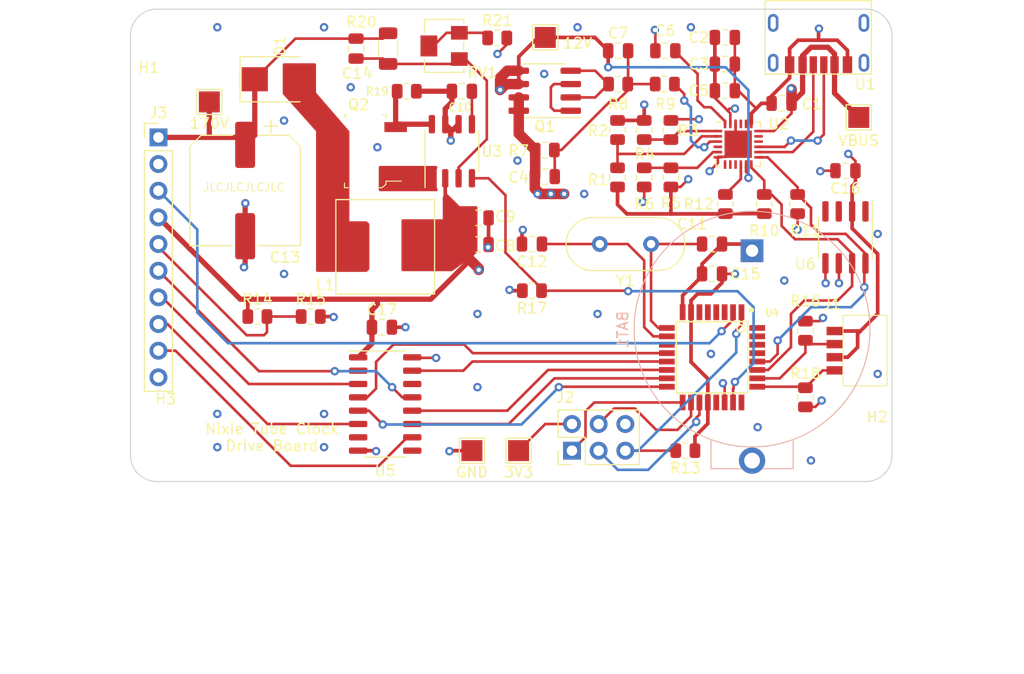
<source format=kicad_pcb>
(kicad_pcb (version 20211014) (generator pcbnew)
  (layers (0 "F.Cu" signal) (1 "In1.Cu" power) (2 "In2.Cu" power) (31 "B.Cu" signal) (34 "B.Paste" user) (35 "F.Paste" user) (36 "B.SilkS" user "B.Silkscreen") (37 "F.SilkS" user "F.Silkscreen") (38 "B.Mask" user) (39 "F.Mask" user) (44 "Edge.Cuts" user))
  (net 0 "")
  (net 1 "GND")
  (net 2 "Net-(BAT1-PadPos)")
  (net 3 "+3V3")
  (net 4 "Net-(C4-Pad2)")
  (net 5 "Net-(C6-Pad1)")
  (net 6 "+12V")
  (net 7 "Net-(C10-Pad1)")
  (net 8 "+170VDC")
  (net 9 "FB")
  (net 10 "Net-(D1-Pad2)")
  (net 11 "HOUR_SET")
  (net 12 "MINUTE_SET")
  (net 13 "MOSI")
  (net 14 "CLK")
  (net 15 "MISO")
  (net 16 "RESET")
  (net 17 "DATA_IN_COND")
  (net 18 "SHIFT_CLK_COND")
  (net 19 "LATCH_EN_COND")
  (net 20 "BLANKING_COND")
  (net 21 "CONFIG")
  (net 22 "POLARITY_COND")
  (net 23 "Net-(Q1-Pad1)")
  (net 24 "Net-(Q1-Pad2)")
  (net 25 "Net-(Q2-Pad1)")
  (net 26 "Net-(Q2-Pad3)")
  (net 27 "/VBUS_MAX")
  (net 28 "/VBUS_MIN")
  (net 29 "/ISNK_COURSE")
  (net 30 "/VBUS_FET_EN")
  (net 31 "SDA")
  (net 32 "SCL")
  (net 33 "SHDN")
  (net 34 "Net-(R21-Pad1)")
  (net 35 "/CC1")
  (net 36 "/CC2")
  (net 50 "LATCH_EN")
  (net 51 "OE")
  (net 52 "SHIFT_CLK")
  (net 55 "BLANKING")
  (net 56 "DATA_IN")
  (net 64 "/VBUS")
  (net 65 "/XTAL1")
  (net 66 "/XTAL2")
  (net 67 "/FLIP")
  (footprint "Capacitor_SMD:C_0805_2012Metric" (layer "F.Cu") (at 153.092233 86.622233)
    (fp_text reference "C4")
    (fp_text value "4u7")
  )
  (footprint "UserLib:SOT-223-3" (layer "F.Cu") (at 135.997233 84.201 90)
    (fp_text reference "Q2")
    (fp_text value "IPN70R600P7S")
  )
  (footprint "Resistor_SMD:R_0805_2012Metric" (layer "F.Cu") (at 125.73275 99.949)
    (fp_text reference "R14")
    (fp_text value "10k")
  )
  (footprint "Capacitor_SMD:C_0805_2012Metric" (layer "F.Cu") (at 170.237233 78.437233)
    (fp_text reference "C5")
    (fp_text value "100n")
  )
  (footprint "Package_SO:SOIC-8_3.9x4.9mm_P1.27mm" (layer "F.Cu") (at 153.092233 78.437233 180)
    (fp_text reference "Q1")
    (fp_text value "DMP3098LSD-13")
  )
  (footprint "Resistor_SMD:R_0805_2012Metric" (layer "F.Cu") (at 164.522233 77.802233)
    (fp_text reference "R9")
    (fp_text value "2k4")
  )
  (footprint "Resistor_SMD:R_0805_2012Metric" (layer "F.Cu") (at 160.077233 77.802233)
    (fp_text reference "R8")
    (fp_text value "2k4")
  )
  (footprint "Capacitor_SMD:C_0805_2012Metric" (layer "F.Cu") (at 145.202233 78.486 180)
    (fp_text reference "C10")
    (fp_text value "0.1uF")
  )
  (footprint "Potentiometer_SMD:Potentiometer_Bourns_3214W_Vertical" (layer "F.Cu") (at 143.51 74.168 -90)
    (fp_text reference "RV1")
    (fp_text value "10k")
  )
  (footprint "Resistor_SMD:R_0805_2012Metric" (layer "F.Cu") (at 177.907233 107.647233 -90)
    (fp_text reference "R18")
    (fp_text value "10k")
  )
  (footprint "Resistor_SMD:R_0805_2012Metric" (layer "F.Cu") (at 165.1 82.177233 -90)
    (fp_text reference "R3")
    (fp_text value "5k1")
  )
  (footprint "MountingHole:MountingHole_3.2mm_M3" (layer "F.Cu") (at 117 112)
    (fp_text reference "H3")
    (fp_text value "MountingHole")
  )
  (footprint "Capacitor_SMD:C_0805_2012Metric" (layer "F.Cu") (at 175.637233 79.637233 180)
    (fp_text reference "C1")
    (fp_text value "3u3")
  )
  (footprint "Capacitor_SMD:C_0805_2012Metric" (layer "F.Cu") (at 151.872233 93.042233 180)
    (fp_text reference "C12")
    (fp_text value "22p")
  )
  (footprint "TestPoint:TestPoint_Pad_2.0x2.0mm" (layer "F.Cu") (at 146.157233 112.727233)
    (fp_text reference "TP2" hide)
    (fp_text value "GND")
  )
  (footprint "Resistor_SMD:R_0805_2012Metric" (layer "F.Cu") (at 151.872233 97.487233 180)
    (fp_text reference "R17")
    (fp_text value "10k")
  )
  (footprint "UserLib:ETQP5M101YGK" (layer "F.Cu") (at 136.852233 102.306 180)
    (fp_text reference "L1")
    (fp_text value "100u")
  )
  (footprint "Resistor_SMD:R_0805_2012Metric" (layer "F.Cu") (at 162.56 82.177233 90)
    (fp_text reference "R4")
    (fp_text value "2k4")
  )
  (footprint "Capacitor_SMD:C_0805_2012Metric" (layer "F.Cu") (at 137.587233 100.967233)
    (fp_text reference "C17")
    (fp_text value "DNF_10u")
  )
  (footprint "UserLib:TYPEC-251Y-ARP6L65" (layer "F.Cu") (at 179.177233 84.152233 180)
    (fp_text reference "U1")
    (fp_text value "TYPEC-251Y-ARP6L65")
  )
  (footprint "ATMEGA328P-AU:QFP80P900X900X120-32N" (layer "F.Cu") (at 169.017233 103.837233 -90)
    (fp_text reference "U4")
    (fp_text value "ATMEGA328-PU")
  )
  (footprint "Capacitor_SMD:C_0805_2012Metric" (layer "F.Cu") (at 170.237233 75.897233)
    (fp_text reference "C3")
    (fp_text value "100n")
  )
  (footprint "Package_DFN_QFN:QFN-24-1EP_4x4mm_P0.5mm_EP2.6x2.6mm" (layer "F.Cu") (at 171.507233 83.532233)
    (fp_text reference "U2")
    (fp_text value "CYPD3177")
  )
  (footprint "Resistor_SMD:R_0805_2012Metric" (layer "F.Cu") (at 148.5665 73.406)
    (fp_text reference "R21")
    (fp_text value "10k")
  )
  (footprint "Resistor_SMD:R_0805_2012Metric" (layer "F.Cu") (at 162.56 86.692233 -90)
    (fp_text reference "R6")
    (fp_text value "1k")
  )
  (footprint "MountingHole:MountingHole_3.2mm_M3" (layer "F.Cu") (at 117 74)
    (fp_text reference "H1")
    (fp_text value "MountingHole")
  )
  (footprint "Capacitor_SMD:C_0805_2012Metric" (layer "F.Cu") (at 169.017233 95.885 180)
    (fp_text reference "C15")
    (fp_text value "10u")
  )
  (footprint "Package_SO:SO-8_3.9x4.9mm_P1.27mm" (layer "F.Cu") (at 144.252233 84.201 90)
    (fp_text reference "U3")
    (fp_text value "MAX1771xSA")
  )
  (footprint "TestPoint:TestPoint_Pad_2.0x2.0mm" (layer "F.Cu") (at 182.987233 80.977233)
    (fp_text reference "TP1" hide)
    (fp_text value "VBUS")
  )
  (footprint "TestPoint:TestPoint_Pad_2.0x2.0mm" (layer "F.Cu") (at 153.142233 73.357233)
    (fp_text reference "TP4" hide)
    (fp_text value "12V")
  )
  (footprint "Resistor_SMD:R_0805_2012Metric" (layer "F.Cu") (at 173.99 89.232233 90)
    (fp_text reference "R10")
    (fp_text value "2k4")
  )
  (footprint "Capacitor_SMD:C_0805_2012Metric" (layer "F.Cu") (at 170.237233 73.357233)
    (fp_text reference "C2")
    (fp_text value "1u")
  )
  (footprint "TestPoint:TestPoint_Pad_2.0x2.0mm" (layer "F.Cu") (at 150.602233 112.727233)
    (fp_text reference "TP3" hide)
    (fp_text value "3V3")
  )
  (footprint "Resistor_SMD:R_1206_3216Metric" (layer "F.Cu") (at 138.176 74.422 -90)
    (fp_text reference "R20")
    (fp_text value "1M5")
  )
  (footprint "Resistor_SMD:R_0805_2012Metric" (layer "F.Cu") (at 165.1 86.692233 90)
    (fp_text reference "R5")
    (fp_text value "5k1")
  )
  (footprint "UserLib:Molex 52361-0471" (layer "F.Cu") (at 189.617233 103.198733 -90)
    (fp_text reference "J1")
    (fp_text value "Conn_01x04")
  )
  (footprint "Resistor_SMD:R_0805_2012Metric" (layer "F.Cu") (at 160.02 86.692233 90)
    (fp_text reference "R1")
    (fp_text value "5k1")
  )
  (footprint "MountingHole:MountingHole_3.2mm_M3" (layer "F.Cu") (at 183 112)
    (fp_text reference "H2")
    (fp_text value "MountingHole")
  )
  (footprint "Resistor_SMD:R_0805_2012Metric" (layer "F.Cu") (at 170.287233 89.232233 90)
    (fp_text reference "R12")
    (fp_text value "2k4")
  )
  (footprint "Capacitor_SMD:C_0805_2012Metric" (layer "F.Cu") (at 164.572233 74.627233 180)
    (fp_text reference "C6")
    (fp_text value "1u")
  )
  (footprint "Resistor_SMD:R_0805_2012Metric" (layer "F.Cu") (at 139.954 78.486)
    (fp_text reference "R19")
    (fp_text value "50m")
  )
  (footprint "TestPoint:TestPoint_Pad_2.0x2.0mm" (layer "F.Cu") (at 121.158 79.502)
    (fp_text reference "TP5" hide)
    (fp_text value "170V")
  )
  (footprint "Resistor_SMD:R_0805_2012Metric" (layer "F.Cu") (at 177.165 89.232233 90)
    (fp_text reference "R11")
    (fp_text value "2k4")
  )
  (footprint "Capacitor_SMD:C_0805_2012Metric" (layer "F.Cu") (at 160.077233 74.627233)
    (fp_text reference "C7")
    (fp_text value "100n")
  )
  (footprint "Resistor_SMD:R_0805_2012Metric" (layer "F.Cu") (at 153.092233 84.082233)
    (fp_text reference "R7")
    (fp_text value "2k4")
  )
  (footprint "Resistor_SMD:R_0805_2012Metric" (layer "F.Cu") (at 130.81275 99.949)
    (fp_text reference "R15")
    (fp_text value "DNF_10k")
  )
  (footprint "Diode_SMD:D_SMB" (layer "F.Cu") (at 127.635 77.343)
    (fp_text reference "D1")
    (fp_text value "STTH1R06U")
  )
  (footprint "Package_SO:SO-16_3.9x9.9mm_P1.27mm" (layer "F.Cu") (at 137.902233 108.282233)
    (fp_text reference "U5")
    (fp_text value "HEF4104")
  )
  (footprint "Capacitor_SMD:C_0805_2012Metric" (layer "F.Cu") (at 169.017233 93.042233 180)
    (fp_text reference "C11")
    (fp_text value "22p")
  )
  (footprint "Connector_PinHeader_2.54mm:PinHeader_2x03_P2.54mm_Vertical" (layer "F.Cu") (at 155.682233 112.727233 90)
    (fp_text reference "J2")
    (fp_text value "Conn_02x03_Odd_Even")
  )
  (footprint "Capacitor_SMD:C_0805_2012Metric" (layer "F.Cu") (at 146.792233 93.091)
    (fp_text reference "C8")
    (fp_text value "68u")
  )
  (footprint "Package_SO:SOIC-8_3.9x4.9mm_P1.27mm" (layer "F.Cu") (at 181.717233 92.407233 -90)
    (fp_text reference "U6")
    (fp_text value "DS3231MZ")
  )
  (footprint "Crystal:Crystal_HC49-U_Vertical" (layer "F.Cu") (at 163.212233 93.042233 180)
    (fp_text reference "Y1")
    (fp_text value "16MHz")
  )
  (footprint "Resistor_SMD:R_0805_2012Metric" (layer "F.Cu") (at 177.907233 101.297233 90)
    (fp_text reference "R16")
    (fp_text value "10k")
  )
  (footprint "Resistor_SMD:R_0805_2012Metric" (layer "F.Cu") (at 166.477233 112.727233 180)
    (fp_text reference "R13")
    (fp_text value "10k")
  )
  (footprint "Capacitor_SMD:C_0805_2012Metric" (layer "F.Cu") (at 181.717233 86.057233 180)
    (fp_text reference "C16")
    (fp_text value "1u")
  )
  (footprint "Capacitor_SMD:CP_Elec_10x7.7" (layer "F.Cu") (at 124.567233 87.942233 -90)
    (fp_text reference "C13")
    (fp_text value "4u7")
  )
  (footprint "Connector_PinHeader_2.54mm:PinHeader_1x10_P2.54mm_Vertical" (layer "F.Cu") (at 116.312233 82.882233)
    (fp_text reference "J3")
    (fp_text value "Conn_01x10")
  )
  (footprint "Resistor_SMD:R_0805_2012Metric" (layer "F.Cu") (at 160.02 82.177233 90)
    (fp_text reference "R2")
    (fp_text value "2k4")
  )
  (footprint "Capacitor_SMD:C_0805_2012Metric" (layer "F.Cu") (at 135.128 74.422 -90)
    (fp_text reference "C14")
    (fp_text value "100p")
  )
  (footprint "Capacitor_SMD:C_0805_2012Metric" (layer "F.Cu") (at 146.792233 90.551 180)
    (fp_text reference "C9")
    (fp_text value "100n")
  )
  (footprint "digikey-footprints:Battery_Holder_Coin_2032_BS-7" (layer "B.Cu") (at 172.827233 93.677233 -90)
    (fp_text reference "BAT1")
    (fp_text value "BS-7")
  )
  (gr_line (start 186.152233 73.167233) (end 186.152233 113.167233) (layer "Edge.Cuts") (width 0.1))
  (gr_arc (start 113.652233 73.167233) (mid 114.384466 71.399466) (end 116.152233 70.667233) (layer "Edge.Cuts") (width 0.1))
  (gr_line (start 113.652233 73.167233) (end 113.652233 113.167233) (layer "Edge.Cuts") (width 0.1))
  (gr_line (start 116.152233 115.667233) (end 183.652233 115.667233) (layer "Edge.Cuts") (width 0.1))
  (gr_line (start 183.652233 70.667233) (end 116.152233 70.667233) (layer "Edge.Cuts") (width 0.1))
  (gr_arc (start 186.152233 113.167233) (mid 185.42 114.935) (end 183.652233 115.667233) (layer "Edge.Cuts") (width 0.1))
  (gr_arc (start 116.152233 115.667233) (mid 114.384466 114.935) (end 113.652233 113.167233) (layer "Edge.Cuts") (width 0.1))
  (gr_arc (start 183.652233 70.667233) (mid 185.42 71.399466) (end 186.152233 73.167233) (layer "Edge.Cuts") (width 0.1))
  (gr_text "JLCJLCJLCJLC" (at 124.46 87.63) (layer "F.SilkS") (effects (font (size 0.75 0.75) (thickness 0.1))))
  (gr_text "Nixie Tube Clock\nDrive Board" (at 127.107233 111.457233) (layer "F.SilkS") (effects (font (size 1 1))))
  (gr_text "12V" (at 156.21 73.914) (layer "F.SilkS") (effects (font (size 1 1))))
  (segment (start 171.187233 75.897233) (end 171.187233 78.437233) (width 0.25) (layer "F.Cu") (net 1))
  (segment (start 169.967233 93.042233) (end 172.192233 93.042233) (width 0.35) (layer "F.Cu") (net 1))
  (segment (start 172.757233 81.594733) (end 172.757233 80.607767) (width 0.35) (layer "F.Cu") (net 1))
  (segment (start 173.727767 79.637233) (end 174.687233 79.637233) (width 0.35) (layer "F.Cu") (net 1))
  (segment (start 144.252233 78.486) (end 144.252233 79.521767) (width 0.5) (layer "F.Cu") (net 1))
  (segment (start 144.145 83.185) (end 144.145 82.153767) (width 0.5) (layer "F.Cu") (net 1))
  (segment (start 150.922233 91.774767) (end 151.003 91.694) (width 0.35) (layer "F.Cu") (net 1))
  (segment (start 163.622233 72.690233) (end 163.576 72.644) (width 0.25) (layer "F.Cu") (net 1))
  (segment (start 149.811233 97.487233) (end 149.733 97.409) (width 0.35) (layer "F.Cu") (net 1))
  (segment (start 174.687233 78.931767) (end 176.407233 77.211767) (width 0.35) (layer "F.Cu") (net 1))
  (segment (start 181.907233 74.592233) (end 181.907233 75.952233) (width 0.35) (layer "F.Cu") (net 1))
  (segment (start 162.56 88.9) (end 162.433 89.027) (width 0.25) (layer "F.Cu") (net 1))
  (segment (start 168.067233 95.885) (end 168.067233 94.942233) (width 0.35) (layer "F.Cu") (net 1))
  (segment (start 149.479 74.041) (end 148.59 74.93) (width 0.25) (layer "F.Cu") (net 1))
  (segment (start 171.187233 73.357233) (end 171.187233 75.897233) (width 0.25) (layer "F.Cu") (net 1))
  (segment (start 169.569733 85.319267) (end 168.783 86.106) (width 0.25) (layer "F.Cu") (net 1))
  (segment (start 144.066767 112.727233) (end 144.018 112.776) (width 0.35) (layer "F.Cu") (net 1))
  (segment (start 124.567233 89.173767) (end 124.587 89.154) (width 0.5) (layer "F.Cu") (net 1))
  (segment (start 149.479 73.406) (end 149.479 74.041) (width 0.25) (layer "F.Cu") (net 1))
  (segment (start 170.217233 106.463233) (end 170.053 106.299) (width 0.25) (layer "F.Cu") (net 1))
  (segment (start 150.959733 97.487233) (end 149.811233 97.487233) (width 0.35) (layer "F.Cu") (net 1))
  (segment (start 162.56 87.604733) (end 162.56 88.9) (width 0.25) (layer "F.Cu") (net 1))
  (segment (start 176.407233 77.211767) (end 176.407233 75.952233) (width 0.35) (layer "F.Cu") (net 1))
  (segment (start 139.824767 100.967233) (end 139.827 100.965) (width 0.35) (layer "F.Cu") (net 1))
  (segment (start 171.528233 78.437233) (end 173.228 80.137) (width 0.25) (layer "F.Cu") (net 1))
  (segment (start 147.742233 93.303767) (end 147.742233 90.551) (width 0.35) (layer "F.Cu") (net 1))
  (segment (start 178.841267 108.559733) (end 179.451 107.95) (width 0.25) (layer "F.Cu") (net 1))
  (segment (start 166.217233 99.537233) (end 166.217233 97.942767) (width 0.35) (layer "F.Cu") (net 1))
  (segment (start 171.257233 81.594733) (end 171.257233 83.282233) (width 0.25) (layer "F.Cu") (net 1))
  (segment (start 173.228 80.137) (end 173.727767 79.637233) (width 0.35) (layer "F.Cu") (net 1))
  (segment (start 179.269267 100.384733) (end 179.578 100.076) (width 0.25) (layer "F.Cu") (net 1))
  (segment (start 179.372767 86.057233) (end 179.324 86.106) (width 0.25) (layer "F.Cu") (net 1))
  (segment (start 176.407233 74.417767) (end 177.20452 73.62048) (width 0.35) (layer "F.Cu") (net 1))
  (segment (start 168.067233 94.942233) (end 169.967233 93.042233) (width 0.35) (layer "F.Cu") (net 1))
  (segment (start 176.407233 75.952233) (end 176.407233 74.417767) (width 0.35) (layer "F.Cu") (net 1))
  (segment (start 144.145 82.153767) (end 143.617233 81.626) (width 0.5) (layer "F.Cu") (net 1))
  (segment (start 144.252233 79.521767) (end 143.617233 80.156767) (width 0.5) (layer "F.Cu") (net 1))
  (segment (start 124.567233 95.142767) (end 124.46 95.25) (width 0.5) (layer "F.Cu") (net 1))
  (segment (start 162.56 81.264733) (end 162.56 79.756) (width 0.35) (layer "F.Cu") (net 1))
  (segment (start 124.567233 92.292233) (end 124.567233 95.142767) (width 0.5) (layer "F.Cu") (net 1))
  (segment (start 180.767233 86.057233) (end 179.372767 86.057233) (width 0.25) (layer "F.Cu") (net 1))
  (segment (start 170.217233 108.137233) (end 170.217233 106.463233) (width 0.25) (layer "F.Cu") (net 1))
  (segment (start 144.145 82.368233) (end 144.887233 81.626) (width 0.5) (layer "F.Cu") (net 1))
  (segment (start 124.567233 92.292233) (end 124.567233 89.173767) (width 0.5) (layer "F.Cu") (net 1))
  (segment (start 180.93548 73.62048) (end 181.907233 74.592233) (width 0.35) (layer "F.Cu") (net 1))
  (segment (start 160.02 81.264733) (end 162.56 81.264733) (width 0.35) (layer "F.Cu") (net 1))
  (segment (start 146.157233 112.727233) (end 144.066767 112.727233) (width 0.35) (layer "F.Cu") (net 1))
  (segment (start 144.145 83.185) (end 144.145 82.368233) (width 0.5) (layer "F.Cu") (net 1))
  (segment (start 135.327233 112.727233) (end 136.984233 112.727233) (width 0.35) (layer "F.Cu") (net 1))
  (segment (start 171.257233 83.282233) (end 171.507233 83.532233) (width 0.25) (layer "F.Cu") (net 1))
  (segment (start 138.537233 100.967233) (end 139.824767 100.967233) (width 0.35) (layer "F.Cu") (net 1))
  (segment (start 179.15748 72.55652) (end 179.197 72.517) (width 0.35) (layer "F.Cu") (net 1))
  (segment (start 170.307713 84.731753) (end 171.507233 83.532233) (width 0.25) (layer "F.Cu") (net 1))
  (segment (start 150.922233 93.042233) (end 150.922233 91.774767) (width 0.35) (layer "F.Cu") (net 1))
  (segment (start 179.812233 96.754233) (end 179.832 96.774) (width 0.25) (layer "F.Cu") (net 1))
  (segment (start 177.907233 100.384733) (end 179.269267 100.384733) (width 0.25) (layer "F.Cu") (net 1))
  (segment (start 168.067233 96.092767) (end 168.067233 95.885) (width 0.35) (layer "F.Cu") (net 1))
  (segment (start 179.15748 73.62048) (end 179.15748 72.55652) (width 0.35) (layer "F.Cu") (net 1))
  (segment (start 169.620213 84.731753) (end 170.307713 84.731753) (width 0.25) (layer "F.Cu") (net 1))
  (segment (start 147.701 93.345) (end 147.742233 93.303767) (width 0.35) (layer "F.Cu") (net 1))
  (segment (start 169.569733 84.782233) (end 169.569733 85.319267) (width 0.25) (layer "F.Cu") (net 1))
  (segment (start 179.15748 73.62048) (end 180.93548 73.62048) (width 0.35) (layer "F.Cu") (net 1))
  (segment (start 177.907233 108.559733) (end 178.841267 108.559733) (width 0.25) (layer "F.Cu") (net 1))
  (segment (start 177.20452 73.62048) (end 179.15748 73.62048) (width 0.35) (layer "F.Cu") (net 1))
  (segment (start 171.187233 78.437233) (end 171.528233 78.437233) (width 0.25) (layer "F.Cu") (net 1))
  (segment (start 179.812233 94.882233) (end 179.812233 96.754233) (width 0.25) (layer "F.Cu") (net 1))
  (segment (start 131.72525 99.949) (end 132.94275 99.949) (width 0.35) (layer "F.Cu") (net 1))
  (segment (start 163.622233 74.627233) (end 163.622233 72.690233) (width 0.25) (layer "F.Cu") (net 1))
  (segment (start 140.8665 78.486) (end 144.252233 78.486) (width 0.5) (layer "F.Cu") (net 1))
  (segment (start 166.217233 97.942767) (end 168.067233 96.092767) (width 0.35) (layer "F.Cu") (net 1))
  (segment (start 169.569733 84.782233) (end 169.620213 84.731753) (width 0.25) (layer "F.Cu") (net 1))
  (segment (start 143.617233 80.156767) (end 143.617233 81.626) (width 0.5) (layer "F.Cu") (net 1))
  (segment (start 172.757233 80.607767) (end 173.228 80.137) (width 0.35) (layer "F.Cu") (net 1))
  (segment (start 174.687233 79.637233) (end 174.687233 78.931767) (width 0.35) (layer "F.Cu") (net 1))
  (segment (start 136.984233 112.727233) (end 137.033 112.776) (width 0.35) (layer "F.Cu") (net 1))
  (segment (start 172.192233 93.042233) (end 172.827233 93.677233) (width 0.35) (layer "F.Cu") (net 1))
  (via (at 170.053 106.299) (size 0.8) (drill 0.4) (layers "F.Cu" "B.Cu") (net 1))
  (via (at 149.733 97.409) (size 0.8) (drill 0.4) (layers "F.Cu" "B.Cu") (net 1))
  (via (at 121.92 109.22) (size 0.8) (drill 0.4) (layers "F.Cu" "B.Cu") (net 1))
  (via (at 175.895 96.52) (size 0.8) (drill 0.4) (layers "F.Cu" "B.Cu") (net 1))
  (via (at 146.685 99.695) (size 0.8) (drill 0.4) (layers "F.Cu" "B.Cu") (net 1))
  (via (at 184.785 105.41) (size 0.8) (drill 0.4) (layers "F.Cu" "B.Cu") (net 1))
  (via (at 134.62 78.105) (size 0.8) (drill 0.4) (layers "F.Cu" "B.Cu") (net 1))
  (via (at 139.827 100.965) (size 0.8) (drill 0.4) (layers "F.Cu" "B.Cu") (net 1))
  (via (at 167.005 72.39) (size 0.8) (drill 0.4) (layers "F.Cu" "B.Cu") (net 1))
  (via (at 162.433 89.027) (size 0.8) (drill 0.4) (layers "F.Cu" "B.Cu") (net 1))
  (via (at 158.115 99.695) (size 0.8) (drill 0.4) (layers "F.Cu" "B.Cu") (net 1))
  (via (at 147.701 93.345) (size 0.8) (drill 0.4) (layers "F.Cu" "B.Cu") (net 1))
  (via (at 132.08 72.39) (size 0.8) (drill 0.4) (layers "F.Cu" "B.Cu") (net 1))
  (via (at 137.16 83.82) (size 0.8) (drill 0.4) (layers "F.Cu" "B.Cu") (net 1))
  (via (at 128.27 81.28) (size 0.8) (drill 0.4) (layers "F.Cu" "B.Cu") (net 1))
  (via (at 132.08 112.395) (size 0.8) (drill 0.4) (layers "F.Cu" "B.Cu") (net 1))
  (via (at 156.21 72.39) (size 0.8) (drill 0.4) (layers "F.Cu" "B.Cu") (net 1))
  (via (at 121.92 112.395) (size 0.8) (drill 0.4) (layers "F.Cu" "B.Cu") (net 1))
  (via (at 132.991517 99.997767) (size 0.8) (drill 0.4) (layers "F.Cu" "B.Cu") (net 1))
  (via (at 179.197 72.517) (size 0.8) (drill 0.4) (layers "F.Cu" "B.Cu") (net 1))
  (via (at 162.56 79.756) (size 0.8) (drill 0.4) (layers "F.Cu" "B.Cu") (net 1))
  (via (at 179.451 107.95) (size 0.8) (drill 0.4) (layers "F.Cu" "B.Cu") (net 1))
  (via (at 124.46 95.25) (size 0.8) (drill 0.4) (layers "F.Cu" "B.Cu") (net 1))
  (via (at 179.832 96.774) (size 0.8) (drill 0.4) (layers "F.Cu" "B.Cu") (net 1))
  (via (at 163.576 72.644) (size 0.8) (drill 0.4) (layers "F.Cu" "B.Cu") (net 1))
  (via (at 173.355 110.49) (size 0.8) (drill 0.4) (layers "F.Cu" "B.Cu") (net 1))
  (via (at 150.495 85.09) (size 0.8) (drill 0.4) (layers "F.Cu" "B.Cu") (net 1))
  (via (at 151.003 91.694) (size 0.8) (drill 0.4) (layers "F.Cu" "B.Cu") (net 1))
  (via (at 124.587 89.154) (size 0.8) (drill 0.4) (layers "F.Cu" "B.Cu") (net 1))
  (via (at 144.145 83.185) (size 0.8) (drill 0.4) (layers "F.Cu" "B.Cu") (net 1))
  (via (at 178.435 113.665) (size 0.8) (drill 0.4) (layers "F.Cu" "B.Cu") (net 1))
  (via (at 128.27 95.885) (size 0.8) (drill 0.4) (layers "F.Cu" "B.Cu") (net 1))
  (via (at 184.785 92.075) (size 0.8) (drill 0.4) (layers "F.Cu" "B.Cu") (net 1))
  (via (at 144.018 112.776) (size 0.8) (drill 0.4) (layers "F.Cu" "B.Cu") (net 1))
  (via (at 156.845 88.265) (size 0.8) (drill 0.4) (layers "F.Cu" "B.Cu") (net 1))
  (via (at 148.59 74.93) (size 0.8) (drill 0.4) (layers "F.Cu" "B.Cu") (net 1))
  (via (at 121.92 72.39) (size 0.8) (drill 0.4) (layers "F.Cu" "B.Cu") (net 1))
  (via (at 146.685 106.68) (size 0.8) (drill 0.4) (layers "F.Cu" "B.Cu") (net 1))
  (via (at 153.035 76.835) (size 0.8) (drill 0.4) (layers "F.Cu" "B.Cu") (net 1))
  (via (at 168.783 86.106) (size 0.8) (drill 0.4) (layers "F.Cu" "B.Cu") (net 1))
  (via (at 132.08 109.22) (size 0.8) (drill 0.4) (layers "F.Cu" "B.Cu") (net 1))
  (via (at 179.578 100.076) (size 0.8) (drill 0.4) (layers "F.Cu" "B.Cu") (net 1))
  (via (at 137.033 112.776) (size 0.8) (drill 0.4) (layers "F.Cu" "B.Cu") (net 1))
  (via (at 168.91 103.505) (size 0.8) (drill 0.4) (layers "F.Cu" "B.Cu") (net 1))
  (via (at 179.324 86.106) (size 0.8) (drill 0.4) (layers "F.Cu" "B.Cu") (net 1))
  (segment (start 181.102 96.774) (end 181.102 94.902) (width 0.25) (layer "F.Cu") (net 2))
  (segment (start 181.102 94.902) (end 181.082233 94.882233) (width 0.25) (layer "F.Cu") (net 2))
  (via (at 181.102 96.774) (size 0.8) (drill 0.4) (layers "F.Cu" "B.Cu") (net 2))
  (segment (start 183.152767 101.327233) (end 180.717233 101.327233) (width 0.35) (layer "F.Cu") (net 3))
  (segment (start 170.688 80.137) (end 171.196 80.137) (width 0.25) (layer "F.Cu") (net 3))
  (segment (start 170.757233 81.594733) (end 170.757233 80.587233) (width 0.25) (layer "F.Cu") (net 3))
  (segment (start 168.617233 110.147767) (end 168.617233 108.137233) (width 0.35) (layer "F.Cu") (net 3))
  (segment (start 169.287233 75.897233) (end 169.287233 78.437233) (width 0.35) (layer "F.Cu") (net 3))
  (segment (start 167.389733 111.375267) (end 168.617233 110.147767) (width 0.35) (layer "F.Cu") (net 3))
  (segment (start 167.389733 112.727233) (end 167.389733 111.375267) (width 0.35) (layer "F.Cu") (net 3))
  (segment (start 165.1 90.17) (end 170.261966 90.17) (width 0.35) (layer "F.Cu") (net 3))
  (segment (start 182.352233 89.932233) (end 182.352233 91.547233) (width 0.35) (layer "F.Cu") (net 3))
  (segment (start 183.152767 101.327233) (end 182.88 101.6) (width 0.35) (layer "F.Cu") (net 3))
  (segment (start 171.196 95.885) (end 169.967233 95.885) (width 0.25) (layer "F.Cu") (net 3))
  (segment (start 155.682233 110.187233) (end 153.142233 110.187233) (width 0.25) (layer "F.Cu") (net 3))
  (segment (start 170.287233 90.144733) (end 173.99 90.144733) (width 0.35) (layer "F.Cu") (net 3))
  (segment (start 140.526 103.886) (end 140.477233 103.837233) (width 0.25) (layer "F.Cu") (net 3))
  (segment (start 168.91 97.79) (end 169.967233 96.732767) (width 0.35) (layer "F.Cu") (net 3))
  (segment (start 167.017233 104.279233) (end 168.617233 105.879233) (width 0.35) (layer "F.Cu") (net 3))
  (segment (start 182.352233 87.522767) (end 182.667233 87.207767) (width 0.35) (layer "F.Cu") (net 3))
  (segment (start 165.211733 81.153) (end 165.1 81.264733) (width 0.25) (layer "F.Cu") (net 3))
  (segment (start 170.757233 80.587233) (end 170.4975 80.3275) (width 0.25) (layer "F.Cu") (net 3))
  (segment (start 184.785 93.98) (end 184.785 99.695) (width 0.35) (layer "F.Cu") (net 3))
  (segment (start 181.991 84.455) (end 182.667233 85.131233) (width 0.25) (layer "F.Cu") (net 3))
  (segment (start 169.967233 96.732767) (end 169.967233 95.885) (width 0.35) (layer "F.Cu") (net 3))
  (segment (start 182.352233 89.932233) (end 182.352233 87.522767) (width 0.35) (layer "F.Cu") (net 3))
  (segment (start 169.287233 73.357233) (end 169.287233 75.897233) (width 0.35) (layer "F.Cu") (net 3))
  (segment (start 170.4975 80.3275) (end 170.688 80.137) (width 0.25) (layer "F.Cu") (net 3))
  (segment (start 167.64 97.79) (end 168.91 97.79) (width 0.35) (layer "F.Cu") (net 3))
  (segment (start 184.785 99.695) (end 183.152767 101.327233) (width 0.35) (layer "F.Cu") (net 3))
  (segment (start 167.017233 98.412767) (end 167.64 97.79) (width 0.35) (layer "F.Cu") (net 3))
  (segment (start 166.751 86.868) (end 166.014267 87.604733) (width 0.25) (layer "F.Cu") (net 3))
  (segment (start 160.02 87.604733) (end 160.02 89.281) (width 0.35) (layer "F.Cu") (net 3))
  (segment (start 182.667233 85.131233) (end 182.667233 86.057233) (width 0.25) (layer "F.Cu") (net 3))
  (segment (start 167.017233 99.537233) (end 167.017233 98.412767) (width 0.35) (layer "F.Cu") (net 3))
  (segment (start 169.287233 79.117233) (end 169.287233 78.437233) (width 0.25) (layer "F.Cu") (net 3))
  (segment (start 182.352233 91.547233) (end 184.785 93.98) (width 0.35) (layer "F.Cu") (net 3))
  (segment (start 167.017233 99.537233) (end 167.017233 104.279233) (width 0.35) (layer "F.Cu") (net 3))
  (segment (start 160.02 89.281) (end 160.909 90.17) (width 0.35) (layer "F.Cu") (net 3))
  (segment (start 170.4975 80.3275) (end 169.287233 79.117233) (width 0.25) (layer "F.Cu") (net 3))
  (segment (start 166.014267 87.604733) (end 165.1 87.604733) (width 0.25) (layer "F.Cu") (net 3))
  (segment (start 167.767 81.153) (end 165.211733 81.153) (width 0.25) (layer "F.Cu") (net 3))
  (segment (start 142.748 103.886) (end 140.526 103.886) (width 0.25) (layer "F.Cu") (net 3))
  (segment (start 160.909 90.17) (end 165.1 90.17) (width 0.35) (layer "F.Cu") (net 3))
  (segment (start 181.922767 103.827233) (end 180.717233 103.827233) (width 0.35) (layer "F.Cu") (net 3))
  (segment (start 165.1 87.604733) (end 165.1 90.17) (width 0.35) (layer "F.Cu") (net 3))
  (segment (start 182.88 102.87) (end 181.922767 103.827233) (width 0.35) (layer "F.Cu") (net 3))
  (segment (start 182.667233 87.207767) (end 182.667233 86.057233) (width 0.35) (layer "F.Cu") (net 3))
  (segment (start 153.142233 110.187233) (end 150.602233 112.727233) (width 0.25) (layer "F.Cu") (net 3))
  (segment (start 182.88 101.6) (end 182.88 102.87) (width 0.35) (layer "F.Cu") (net 3))
  (segment (start 168.617233 105.879233) (end 168.617233 108.137233) (width 0.35) (layer "F.Cu") (net 3))
  (segment (start 177.165 91.694) (end 177.165 90.144733) (width 0.25) (layer "F.Cu") (net 3))
  (via (at 181.991 84.455) (size 0.8) (drill 0.4) (layers "F.Cu" "B.Cu") (net 3))
  (via (at 166.751 86.868) (size 0.8) (drill 0.4) (layers "F.Cu" "B.Cu") (net 3))
  (via (at 171.196 95.885) (size 0.8) (drill 0.4) (layers "F.Cu" "B.Cu") (net 3))
  (via (at 142.748 103.886) (size 0.8) (drill 0.4) (layers "F.Cu" "B.Cu") (net 3))
  (via (at 177.165 91.694) (size 0.8) (drill 0.4) (layers "F.Cu" "B.Cu") (net 3))
  (via (at 171.196 80.137) (size 0.8) (drill 0.4) (layers "F.Cu" "B.Cu") (net 3))
  (via (at 167.767 81.153) (size 0.8) (drill 0.4) (layers "F.Cu" "B.Cu") (net 3))
  (segment (start 163.609733 77.802233) (end 160.989733 77.802233) (width 0.25) (layer "F.Cu") (net 4))
  (segment (start 154.042233 84.119733) (end 154.004733 84.082233) (width 0.25) (layer "F.Cu") (net 4))
  (segment (start 154.004733 84.082233) (end 154.677767 84.082233) (width 0.25) (layer "F.Cu") (net 4))
  (segment (start 161.027233 74.627233) (end 161.027233 77.764733) (width 0.25) (layer "F.Cu") (net 4))
  (segment (start 154.042233 86.622233) (end 154.042233 84.119733) (width 0.25) (layer "F.Cu") (net 4))
  (segment (start 161.027233 77.764733) (end 160.989733 77.802233) (width 0.25) (layer "F.Cu") (net 4))
  (segment (start 160.02 79.375) (end 160.989733 78.405267) (width 0.25) (layer "F.Cu") (net 4))
  (segment (start 160.989733 78.405267) (end 160.989733 77.802233) (width 0.25) (layer "F.Cu") (net 4))
  (segment (start 159.385 79.375) (end 160.02 79.375) (width 0.25) (layer "F.Cu") (net 4))
  (segment (start 154.677767 84.082233) (end 159.385 79.375) (width 0.25) (layer "F.Cu") (net 4))
  (segment (start 165.522233 74.627233) (end 165.522233 74.717233) (width 0.25) (layer "F.Cu") (net 5))
  (segment (start 165.522233 74.717233) (end 167.64 76.835) (width 0.25) (layer "F.Cu") (net 5))
  (segment (start 170.257233 81.357233) (end 170.257233 81.594733) (width 0.25) (layer "F.Cu") (net 5))
  (segment (start 167.64 79.375) (end 168.275 80.01) (width 0.25) (layer "F.Cu") (net 5))
  (segment (start 168.275 80.01) (end 168.91 80.01) (width 0.25) (layer "F.Cu") (net 5))
  (segment (start 168.91 80.01) (end 170.257233 81.357233) (width 0.25) (layer "F.Cu") (net 5))
  (segment (start 167.64 76.835) (end 167.64 79.375) (width 0.25) (layer "F.Cu") (net 5))
  (segment (start 124.968 98.298) (end 137.16 98.298) (width 0.5) (layer "F.Cu") (net 6))
  (segment (start 137.16 98.806) (end 136.637233 99.328767) (width 0.5) (layer "F.Cu") (net 6))
  (segment (start 149.400767 77.802233) (end 150.617233 77.802233) (width 1) (layer "F.Cu") (net 6))
  (segment (start 143.617233 86.776) (end 143.617233 88.326) (width 0.35) (layer "F.Cu") (net 6))
  (segment (start 136.637233 102.527233) (end 135.327233 103.837233) (width 0.5) (layer "F.Cu") (net 6))
  (segment (start 159.127233 74.627233) (end 159.127233 76.196233) (width 0.35) (layer "F.Cu") (net 6))
  (segment (start 137.16 98.298) (end 137.16 98.806) (width 0.5) (layer "F.Cu") (net 6))
  (segment (start 143.617233 88.326) (end 145.842233 90.551) (width 0.35) (layer "F.Cu") (net 6))
  (segment (start 148.844 77.216) (end 148.844 78.359) (width 1) (layer "F.Cu") (net 6))
  (segment (start 150.617233 75.188767) (end 150.617233 76.532233) (width 0.35) (layer "F.Cu") (net 6))
  (segment (start 172.481733 86.375733) (end 172.257233 86.151233) (width 0.25) (layer "F.Cu") (net 6))
  (segment (start 124.82025 99.949) (end 124.82025 98.44575) (width 0.35) (layer "F.Cu") (net 6))
  (segment (start 136.637233 100.967233) (end 136.637233 102.527233) (width 0.5) (layer "F.Cu") (net 6))
  (segment (start 153.142233 73.357233) (end 152.448767 73.357233) (width 0.35) (layer "F.Cu") (net 6))
  (segment (start 152.448767 73.357233) (end 150.617233 75.188767) (width 0.35) (layer "F.Cu") (net 6))
  (segment (start 124.82025 98.44575) (end 124.968 98.298) (width 0.35) (layer "F.Cu") (net 6))
  (segment (start 172.257233 86.151233) (end 172.257233 85.469733) (width 0.25) (layer "F.Cu") (net 6))
  (segment (start 150.617233 76.532233) (end 149.527767 76.532233) (width 1) (layer "F.Cu") (net 6))
  (segment (start 145.842233 93.091) (end 145.842233 94.695767) (width 0.5) (layer "F.Cu") (net 6))
  (segment (start 146.812 95.377) (end 145.842233 94.407233) (width 1) (layer "F.Cu") (net 6))
  (segment (start 145.842233 94.407233) (end 145.842233 93.091) (width 1) (layer "F.Cu") (net 6))
  (segment (start 136.637233 99.328767) (end 136.637233 100.967233) (width 0.5) (layer "F.Cu") (net 6))
  (segment (start 141.952233 91.967233) (end 143.087233 91.967233) (width 0.5) (layer "F.Cu") (net 6))
  (segment (start 124.108 98.298) (end 124.968 98.298) (width 0.5) (layer "F.Cu") (net 6))
  (segment (start 116.312233 90.502233) (end 124.108 98.298) (width 0.5) (layer "F.Cu") (net 6))
  (segment (start 146.812 95.504) (end 146.812 95.377) (width 1) (layer "F.Cu") (net 6))
  (segment (start 150.617233 76.532233) (end 150.617233 77.802233) (width 0.35) (layer "F.Cu") (net 6))
  (segment (start 142.24 98.298) (end 137.16 98.298) (width 0.5) (layer "F.Cu") (net 6))
  (segment (start 159.127233 76.196233) (end 159.131 76.2) (width 0.35) (layer "F.Cu") (net 6))
  (segment (start 148.844 78.359) (end 149.400767 77.802233) (width 1) (layer "F.Cu") (net 6))
  (segment (start 153.142233 73.357233) (end 157.857233 73.357233) (width 0.35) (layer "F.Cu") (net 6))
  (segment (start 149.527767 76.532233) (end 148.844 77.216) (width 1) (layer "F.Cu") (net 6))
  (segment (start 172.481733 86.741) (end 172.481733 86.375733) (width 0.25) (layer "F.Cu") (net 6))
  (segment (start 145.842233 94.695767) (end 142.24 98.298) (width 0.5) (layer "F.Cu") (net 6))
  (segment (start 157.857233 73.357233) (end 159.127233 74.627233) (width 0.35) (layer "F.Cu") (net 6))
  (via (at 172.481733 86.741) (size 0.8) (drill 0.4) (layers "F.Cu" "B.Cu") (net 6))
  (via (at 159.131 76.2) (size 0.8) (drill 0.4) (layers "F.Cu" "B.Cu") (net 6))
  (via (at 148.844 78.359) (size 0.8) (drill 0.4) (layers "F.Cu" "B.Cu") (net 6))
  (via (at 146.812 95.504) (size 0.8) (drill 0.4) (layers "F.Cu" "B.Cu") (net 6))
  (segment (start 159.131 76.2) (end 159.385 76.2) (width 0.35) (layer "B.Cu") (net 6))
  (segment (start 170.688 76.581) (end 172.481733 78.374733) (width 0.25) (layer "B.Cu") (net 6))
  (segment (start 172.481733 78.374733) (end 172.481733 86.741) (width 0.25) (layer "B.Cu") (net 6))
  (segment (start 159.385 76.2) (end 164.338 76.2) (width 0.25) (layer "B.Cu") (net 6))
  (segment (start 170.307 76.2) (end 170.688 76.581) (width 0.25) (layer "B.Cu") (net 6))
  (segment (start 164.338 76.2) (end 170.307 76.2) (width 0.25) (layer "B.Cu") (net 6))
  (segment (start 146.157233 78.491) (end 146.152233 78.486) (width 0.25) (layer "F.Cu") (net 7))
  (segment (start 146.157233 81.626) (end 146.157233 78.491) (width 0.25) (layer "F.Cu") (net 7))
  (segment (start 123.857233 82.882233) (end 121.079767 82.882233) (width 0.5) (layer "F.Cu") (net 8))
  (segment (start 124.567233 83.592233) (end 125.485 82.674466) (width 0.5) (layer "F.Cu") (net 8))
  (segment (start 137.6635 73.472) (end 138.176 72.9595) (width 0.25) (layer "F.Cu") (net 8))
  (segment (start 129.356 73.472) (end 125.485 77.343) (width 0.25) (layer "F.Cu") (net 8))
  (segment (start 121.158 79.502) (end 121.158 82.804) (width 0.5) (layer "F.Cu") (net 8))
  (segment (start 121.079767 82.882233) (end 116.312233 82.882233) (width 0.5) (layer "F.Cu") (net 8))
  (segment (start 135.128 73.472) (end 129.356 73.472) (width 0.25) (layer "F.Cu") (net 8))
  (segment (start 135.128 73.472) (end 137.6635 73.472) (width 0.25) (layer "F.Cu") (net 8))
  (segment (start 124.567233 83.592233) (end 123.857233 82.882233) (width 0.5) (layer "F.Cu") (net 8))
  (segment (start 121.158 82.804) (end 121.079767 82.882233) (width 0.5) (layer "F.Cu") (net 8))
  (segment (start 125.485 82.674466) (end 125.485 77.343) (width 0.5) (layer "F.Cu") (net 8))
  (segment (start 145.522 75.418) (end 147.574 77.47) (width 0.25) (layer "F.Cu") (net 9))
  (segment (start 144.4935 75.8845) (end 144.96 75.418) (width 0.25) (layer "F.Cu") (net 9))
  (segment (start 144.887233 85.744767) (end 144.887233 86.776) (width 0.25) (layer "F.Cu") (net 9))
  (segment (start 147.574 83.058) (end 144.887233 85.744767) (width 0.25) (layer "F.Cu") (net 9))
  (segment (start 144.96 75.418) (end 145.522 75.418) (width 0.25) (layer "F.Cu") (net 9))
  (segment (start 138.176 75.8845) (end 144.4935 75.8845) (width 0.25) (layer "F.Cu") (net 9))
  (segment (start 147.574 77.47) (end 147.574 83.058) (width 0.25) (layer "F.Cu") (net 9))
  (segment (start 135.128 75.372) (end 137.6635 75.372) (width 0.25) (layer "F.Cu") (net 9))
  (segment (start 137.6635 75.372) (end 138.176 75.8845) (width 0.25) (layer "F.Cu") (net 9))
  (segment (start 173.317233 105.837233) (end 175.467767 105.837233) (width 0.25) (layer "F.Cu") (net 11))
  (segment (start 178.274733 102.577233) (end 177.907233 102.209733) (width 0.25) (layer "F.Cu") (net 11))
  (segment (start 180.717233 102.577233) (end 178.274733 102.577233) (width 0.25) (layer "F.Cu") (net 11))
  (segment (start 175.467767 105.837233) (end 177.907233 103.397767) (width 0.25) (layer "F.Cu") (net 11))
  (segment (start 177.907233 103.397767) (end 177.907233 102.209733) (width 0.25) (layer "F.Cu") (net 11))
  (segment (start 173.317233 106.637233) (end 177.809733 106.637233) (width 0.25) (layer "F.Cu") (net 12))
  (segment (start 177.907233 106.734733) (end 179.564733 105.077233) (width 0.25) (layer "F.Cu") (net 12))
  (segment (start 177.809733 106.637233) (end 177.907233 106.734733) (width 0.25) (layer "F.Cu") (net 12))
  (segment (start 179.564733 105.077233) (end 180.717233 105.077233) (width 0.25) (layer "F.Cu") (net 12))
  (segment (start 157.800767 108.137233) (end 166.217233 108.137233) (width 0.25) (layer "F.Cu") (net 13))
  (segment (start 155.682233 112.727233) (end 156.972 111.437466) (width 0.25) (layer "F.Cu") (net 13))
  (segment (start 156.972 108.966) (end 157.800767 108.137233) (width 0.25) (layer "F.Cu") (net 13))
  (segment (start 156.972 111.437466) (end 156.972 108.966) (width 0.25) (layer "F.Cu") (net 13))
  (segment (start 167.817233 109.296767) (end 167.817233 108.137233) (width 0.25) (layer "F.Cu") (net 14))
  (segment (start 167.513 109.601) (end 167.817233 109.296767) (width 0.25) (layer "F.Cu") (net 14))
  (segment (start 167.513 109.982) (end 167.513 109.601) (width 0.25) (layer "F.Cu") (net 14))
  (via (at 167.513 109.982) (size 0.8) (drill 0.4) (layers "F.Cu" "B.Cu") (net 14))
  (segment (start 158.222233 112.727233) (end 160.049 114.554) (width 0.25) (layer "B.Cu") (net 14))
  (segment (start 162.941 114.554) (end 167.513 109.982) (width 0.25) (layer "B.Cu") (net 14))
  (segment (start 160.049 114.554) (end 161.29 114.554) (width 0.25) (layer "B.Cu") (net 14))
  (segment (start 161.29 114.554) (end 162.941 114.554) (width 0.25) (layer "B.Cu") (net 14))
  (segment (start 165.726386 110.744) (end 167.017233 109.453153) (width 0.25) (layer "F.Cu") (net 15))
  (segment (start 158.222233 110.187233) (end 159.697466 108.712) (width 0.25) (layer "F.Cu") (net 15))
  (segment (start 163.703 110.744) (end 165.726386 110.744) (width 0.25) (layer "F.Cu") (net 15))
  (segment (start 161.671 108.712) (end 163.703 110.744) (width 0.25) (layer "F.Cu") (net 15))
  (segment (start 159.697466 108.712) (end 161.671 108.712) (width 0.25) (layer "F.Cu") (net 15))
  (segment (start 167.017233 109.453153) (end 167.017233 108.137233) (width 0.25) (layer "F.Cu") (net 15))
  (segment (start 171.323 101.219) (end 171.831 100.711) (width 0.25) (layer "F.Cu") (net 16))
  (segment (start 171.323 101.6) (end 171.323 101.219) (width 0.25) (layer "F.Cu") (net 16))
  (segment (start 171.817233 100.697233) (end 171.817233 99.537233) (width 0.25) (layer "F.Cu") (net 16))
  (segment (start 171.831 100.711) (end 171.817233 100.697233) (width 0.25) (layer "F.Cu") (net 16))
  (segment (start 160.762233 112.727233) (end 165.564733 112.727233) (width 0.25) (layer "F.Cu") (net 16))
  (via (at 171.323 101.6) (size 0.8) (drill 0.4) (layers "F.Cu" "B.Cu") (net 16))
  (segment (start 160.762233 112.727233) (end 161.973767 112.727233) (width 0.25) (layer "B.Cu") (net 16))
  (segment (start 161.973767 112.727233) (end 171.323 103.378) (width 0.25) (layer "B.Cu") (net 16))
  (segment (start 171.323 103.378) (end 171.323 101.6) (width 0.25) (layer "B.Cu") (net 16))
  (segment (start 116.312233 100.662233) (end 117.172233 100.662233) (width 0.25) (layer "F.Cu") (net 17))
  (segment (start 126.697233 110.187233) (end 135.327233 110.187233) (width 0.25) (layer "F.Cu") (net 17))
  (segment (start 117.172233 100.662233) (end 126.697233 110.187233) (width 0.25) (layer "F.Cu") (net 17))
  (segment (start 125.886 105.156) (end 116.312233 95.582233) (width 0.25) (layer "F.Cu") (net 18))
  (segment (start 140.477233 107.647233) (end 139.524233 107.647233) (width 0.25) (layer "F.Cu") (net 18))
  (segment (start 139.524233 107.647233) (end 138.557 106.68) (width 0.25) (layer "F.Cu") (net 18))
  (segment (start 133.096 105.156) (end 125.886 105.156) (width 0.25) (layer "F.Cu") (net 18))
  (via (at 138.557 106.68) (size 0.8) (drill 0.4) (layers "F.Cu" "B.Cu") (net 18))
  (via (at 133.096 105.156) (size 0.8) (drill 0.4) (layers "F.Cu" "B.Cu") (net 18))
  (segment (start 138.557 106.68) (end 137.033 105.156) (width 0.25) (layer "B.Cu") (net 18))
  (segment (start 137.033 105.156) (end 133.096 105.156) (width 0.25) (layer "B.Cu") (net 18))
  (segment (start 116.664233 98.122233) (end 124.919233 106.377233) (width 0.25) (layer "F.Cu") (net 19))
  (segment (start 124.919233 106.377233) (end 135.327233 106.377233) (width 0.25) (layer "F.Cu") (net 19))
  (segment (start 116.312233 98.122233) (end 116.664233 98.122233) (width 0.25) (layer "F.Cu") (net 19))
  (segment (start 137.287 114.173) (end 140.002767 111.457233) (width 0.25) (layer "F.Cu") (net 20))
  (segment (start 117.934233 103.202233) (end 128.905 114.173) (width 0.25) (layer "F.Cu") (net 20))
  (segment (start 116.312233 103.202233) (end 117.934233 103.202233) (width 0.25) (layer "F.Cu") (net 20))
  (segment (start 128.905 114.173) (end 137.287 114.173) (width 0.25) (layer "F.Cu") (net 20))
  (segment (start 140.002767 111.457233) (end 140.477233 111.457233) (width 0.25) (layer "F.Cu") (net 20))
  (segment (start 169.926 101.346) (end 171.017233 100.254767) (width 0.25) (layer "F.Cu") (net 21))
  (segment (start 171.017233 100.254767) (end 171.017233 99.537233) (width 0.25) (layer "F.Cu") (net 21))
  (via (at 169.926 101.346) (size 0.8) (drill 0.4) (layers "F.Cu" "B.Cu") (net 21))
  (segment (start 120.015 99.568) (end 122.936 102.489) (width 0.25) (layer "B.Cu") (net 21))
  (segment (start 133.604 102.489) (end 168.783 102.489) (width 0.25) (layer "B.Cu") (net 21))
  (segment (start 116.312233 87.962233) (end 120.015 91.665) (width 0.25) (layer "B.Cu") (net 21))
  (segment (start 168.783 102.489) (end 169.926 101.346) (width 0.25) (layer "B.Cu") (net 21))
  (segment (start 120.015 91.665) (end 120.015 99.568) (width 0.25) (layer "B.Cu") (net 21))
  (segment (start 122.936 102.489) (end 133.604 102.489) (width 0.25) (layer "B.Cu") (net 21))
  (segment (start 126.64525 99.949) (end 129.90025 99.949) (width 0.25) (layer "F.Cu") (net 22))
  (segment (start 126.64525 101.44675) (end 126.64525 99.949) (width 0.25) (layer "F.Cu") (net 22))
  (segment (start 116.312233 93.325233) (end 124.714 101.727) (width 0.25) (layer "F.Cu") (net 22))
  (segment (start 126.365 101.727) (end 126.64525 101.44675) (width 0.25) (layer "F.Cu") (net 22))
  (segment (start 116.312233 93.042233) (end 116.312233 93.325233) (width 0.25) (layer "F.Cu") (net 22))
  (segment (start 124.714 101.727) (end 126.365 101.727) (width 0.25) (layer "F.Cu") (net 22))
  (segment (start 153.972767 77.802233) (end 153.67 78.105) (width 0.25) (layer "F.Cu") (net 23))
  (segment (start 155.567233 77.802233) (end 153.972767 77.802233) (width 0.25) (layer "F.Cu") (net 23))
  (segment (start 153.67 78.105) (end 153.67 80.01) (width 0.25) (layer "F.Cu") (net 23))
  (segment (start 154.002233 80.342233) (end 155.567233 80.342233) (width 0.25) (layer "F.Cu") (net 23))
  (segment (start 153.67 80.01) (end 154.002233 80.342233) (width 0.25) (layer "F.Cu") (net 23))
  (segment (start 159.164733 77.802233) (end 157.894733 76.532233) (width 0.25) (layer "F.Cu") (net 24))
  (segment (start 157.894733 76.532233) (end 155.567233 76.532233) (width 0.25) (layer "F.Cu") (net 24))
  (segment (start 157.894733 79.072233) (end 159.164733 77.802233) (width 0.25) (layer "F.Cu") (net 24))
  (segment (start 155.567233 79.072233) (end 157.894733 79.072233) (width 0.25) (layer "F.Cu") (net 24))
  (segment (start 138.897233 78.630267) (end 139.0415 78.486) (width 0.5) (layer "F.Cu") (net 26))
  (segment (start 142.347233 81.626) (end 139.172233 81.626) (width 0.5) (layer "F.Cu") (net 26))
  (segment (start 139.172233 81.626) (end 138.897233 81.901) (width 0.5) (layer "F.Cu") (net 26))
  (segment (start 138.897233 81.901) (end 138.897233 78.630267) (width 0.5) (layer "F.Cu") (net 26))
  (segment (start 166.37 84.455) (end 168.042767 82.782233) (width 0.25) (layer "F.Cu") (net 27))
  (segment (start 160.02 84.455) (end 166.37 84.455) (width 0.25) (layer "F.Cu") (net 27))
  (segment (start 160.02 83.089733) (end 160.02 84.455) (width 0.25) (layer "F.Cu") (net 27))
  (segment (start 160.02 84.455) (end 160.02 85.779733) (width 0.25) (layer "F.Cu") (net 27))
  (segment (start 168.042767 82.782233) (end 169.569733 82.782233) (width 0.25) (layer "F.Cu") (net 27))
  (segment (start 165.9075 82.282233) (end 169.569733 82.282233) (width 0.25) (layer "F.Cu") (net 28))
  (segment (start 162.56 83.089733) (end 165.1 83.089733) (width 0.25) (layer "F.Cu") (net 28))
  (segment (start 165.1 83.089733) (end 165.9075 82.282233) (width 0.25) (layer "F.Cu") (net 28))
  (segment (start 165.1 85.779733) (end 167.612405 85.779733) (width 0.25) (layer "F.Cu") (net 29))
  (segment (start 162.56 85.779733) (end 165.1 85.779733) (width 0.25) (layer "F.Cu") (net 29))
  (segment (start 167.612405 85.779733) (end 169.109905 84.282233) (width 0.25) (layer "F.Cu") (net 29))
  (segment (start 169.109905 84.282233) (end 169.569733 84.282233) (width 0.25) (layer "F.Cu") (net 29))
  (segment (start 166.37 78.7375) (end 165.434733 77.802233) (width 0.25) (layer "F.Cu") (net 30))
  (segment (start 166.37 79.375) (end 166.37 78.7375) (width 0.25) (layer "F.Cu") (net 30))
  (segment (start 168.812767 83.282233) (end 168.275 83.82) (width 0.25) (layer "F.Cu") (net 30))
  (segment (start 169.569733 83.282233) (end 168.812767 83.282233) (width 0.25) (layer "F.Cu") (net 30))
  (via (at 166.37 79.375) (size 0.8) (drill 0.4) (layers "F.Cu" "B.Cu") (net 30))
  (via (at 168.275 83.82) (size 0.8) (drill 0.4) (layers "F.Cu" "B.Cu") (net 30))
  (segment (start 167.005 80.01) (end 166.37 79.375) (width 0.25) (layer "B.Cu") (net 30))
  (segment (start 168.275 83.82) (end 167.64 83.82) (width 0.25) (layer "B.Cu") (net 30))
  (segment (start 167.005 83.185) (end 167.005 80.01) (width 0.25) (layer "B.Cu") (net 30))
  (segment (start 167.64 83.82) (end 167.005 83.185) (width 0.25) (layer "B.Cu") (net 30))
  (segment (start 180.975 98.425) (end 182.352233 97.047767) (width 0.25) (layer "F.Cu") (net 31))
  (segment (start 182.352233 93.960233) (end 182.352233 94.882233) (width 0.25) (layer "F.Cu") (net 31))
  (segment (start 176.911 92.583) (end 180.975 92.583) (width 0.25) (layer "F.Cu") (net 31))
  (segment (start 175.641 91.313) (end 176.911 92.583) (width 0.25) (layer "F.Cu") (net 31))
  (segment (start 174.362767 105.037233) (end 176.53 102.87) (width 0.25) (layer "F.Cu") (net 31))
  (segment (start 173.99 86.995) (end 173.99 88.319733) (width 0.25) (layer "F.Cu") (net 31))
  (segment (start 172.757233 85.469733) (end 172.757233 85.762233) (width 0.25) (layer "F.Cu") (net 31))
  (segment (start 182.352233 97.047767) (end 182.352233 94.882233) (width 0.25) (layer "F.Cu") (net 31))
  (segment (start 176.53 99.695) (end 177.8 98.425) (width 0.25) (layer "F.Cu") (net 31))
  (segment (start 176.53 102.87) (end 176.53 99.695) (width 0.25) (layer "F.Cu") (net 31))
  (segment (start 177.8 98.425) (end 180.975 98.425) (width 0.25) (layer "F.Cu") (net 31))
  (segment (start 175.641 89.281) (end 175.641 91.313) (width 0.25) (layer "F.Cu") (net 31))
  (segment (start 173.99 88.319733) (end 174.679733 88.319733) (width 0.25) (layer "F.Cu") (net 31))
  (segment (start 172.757233 85.762233) (end 173.99 86.995) (width 0.25) (layer "F.Cu") (net 31))
  (segment (start 174.679733 88.319733) (end 175.641 89.281) (width 0.25) (layer "F.Cu") (net 31))
  (segment (start 180.975 92.583) (end 182.352233 93.960233) (width 0.25) (layer "F.Cu") (net 31))
  (segment (start 173.317233 105.037233) (end 174.362767 105.037233) (width 0.25) (layer "F.Cu") (net 31))
  (segment (start 174.527049 104.237233) (end 175.259641 103.504641) (width 0.25) (layer "F.Cu") (net 32))
  (segment (start 178.435 91.186) (end 179.324 92.075) (width 0.25) (layer "F.Cu") (net 32))
  (segment (start 177.165 88.319733) (end 178.435 89.589733) (width 0.25) (layer "F.Cu") (net 32))
  (segment (start 183.515 94.989466) (end 183.622233 94.882233) (width 0.25) (layer "F.Cu") (net 32))
  (segment (start 178.435 89.589733) (end 178.435 91.186) (width 0.25) (layer "F.Cu") (net 32))
  (segment (start 183.622233 93.960233) (end 183.622233 94.882233) (width 0.25) (layer "F.Cu") (net 32))
  (segment (start 175.259641 103.504641) (end 175.26 103.504282) (width 0.25) (layer "F.Cu") (net 32))
  (segment (start 179.324 92.075) (end 181.737 92.075) (width 0.25) (layer "F.Cu") (net 32))
  (segment (start 183.515 97.155) (end 183.515 94.989466) (width 0.25) (layer "F.Cu") (net 32))
  (segment (start 177.165 87.63) (end 177.165 88.319733) (width 0.25) (layer "F.Cu") (net 32))
  (segment (start 173.444733 84.782233) (end 174.317233 84.782233) (width 0.25) (layer "F.Cu") (net 32))
  (segment (start 181.737 92.075) (end 183.622233 93.960233) (width 0.25) (layer "F.Cu") (net 32))
  (segment (start 173.317233 104.237233) (end 174.527049 104.237233) (width 0.25) (layer "F.Cu") (net 32))
  (segment (start 174.317233 84.782233) (end 177.165 87.63) (width 0.25) (layer "F.Cu") (net 32))
  (segment (start 175.26 103.504282) (end 175.26 102.235) (width 0.25) (layer "F.Cu") (net 32))
  (via (at 183.515 97.155) (size 0.8) (drill 0.4) (layers "F.Cu" "B.Cu") (net 32))
  (via (at 175.26 102.235) (size 0.8) (drill 0.4) (layers "F.Cu" "B.Cu") (net 32))
  (segment (start 175.26 102.235) (end 178.435 99.06) (width 0.25) (layer "B.Cu") (net 32))
  (segment (start 178.435 99.06) (end 182.245 99.06) (width 0.25) (layer "B.Cu") (net 32))
  (segment (start 183.515 97.79) (end 183.515 97.155) (width 0.25) (layer "B.Cu") (net 32))
  (segment (start 182.245 99.06) (end 183.515 97.79) (width 0.25) (layer "B.Cu") (net 32))
  (segment (start 171.069 106.807) (end 171.017233 106.858767) (width 0.25) (layer "F.Cu") (net 33))
  (segment (start 160.987233 97.487233) (end 161.036 97.536) (width 0.25) (layer "F.Cu") (net 33))
  (segment (start 152.784733 97.285733) (end 152.784733 97.487233) (width 0.25) (layer "F.Cu") (net 33))
  (segment (start 171.017233 106.858767) (end 171.017233 108.137233) (width 0.25) (layer "F.Cu") (net 33))
  (segment (start 171.196 106.172) (end 171.069 106.299) (width 0.25) (layer "F.Cu") (net 33))
  (segment (start 149.352 93.853) (end 152.784733 97.285733) (width 0.25) (layer "F.Cu") (net 33))
  (segment (start 171.069 106.299) (end 171.069 106.807) (width 0.25) (layer "F.Cu") (net 33))
  (segment (start 149.352 88.392) (end 149.352 93.853) (width 0.25) (layer "F.Cu") (net 33))
  (segment (start 152.784733 97.487233) (end 160.987233 97.487233) (width 0.25) (layer "F.Cu") (net 33))
  (segment (start 149.352 88.392) (end 147.736 86.776) (width 0.25) (layer "F.Cu") (net 33))
  (segment (start 147.736 86.776) (end 146.157233 86.776) (width 0.25) (layer "F.Cu") (net 33))
  (via (at 161.036 97.536) (size 0.8) (drill 0.4) (layers "F.Cu" "B.Cu") (net 33))
  (via (at 171.196 106.172) (size 0.8) (drill 0.4) (layers "F.Cu" "B.Cu") (net 33))
  (segment (start 172.974 104.394) (end 171.196 106.172) (width 0.25) (layer "B.Cu") (net 33))
  (segment (start 172.974 99.06) (end 172.974 104.394) (width 0.25) (layer "B.Cu") (net 33))
  (segment (start 161.036 97.536) (end 171.45 97.536) (width 0.25) (layer "B.Cu") (net 33))
  (segment (start 171.45 97.536) (end 172.974 99.06) (width 0.25) (layer "B.Cu") (net 33))
  (segment (start 143.744 72.918) (end 144.96 72.918) (width 0.25) (layer "F.Cu") (net 34))
  (segment (start 147.166 72.918) (end 147.654 73.406) (width 0.25) (layer "F.Cu") (net 34))
  (segment (start 142.494 74.168) (end 143.744 72.918) (width 0.25) (layer "F.Cu") (net 34))
  (segment (start 144.96 72.918) (end 147.166 72.918) (width 0.25) (layer "F.Cu") (net 34))
  (segment (start 142.06 74.168) (end 142.494 74.168) (width 0.25) (layer "F.Cu") (net 34))
  (segment (start 176.53 83.185) (end 175.932767 83.782233) (width 0.25) (layer "F.Cu") (net 35))
  (segment (start 179.657233 75.952233) (end 179.657233 82.597767) (width 0.25) (layer "F.Cu") (net 35))
  (segment (start 179.657233 82.597767) (end 179.07 83.185) (width 0.25) (layer "F.Cu") (net 35))
  (segment (start 175.932767 83.782233) (end 173.444733 83.782233) (width 0.25) (layer "F.Cu") (net 35))
  (via (at 176.53 83.185) (size 0.8) (drill 0.4) (layers "F.Cu" "B.Cu") (net 35))
  (via (at 179.07 83.185) (size 0.8) (drill 0.4) (layers "F.Cu" "B.Cu") (net 35))
  (segment (start 179.07 83.185) (end 176.53 83.185) (width 0.25) (layer "B.Cu") (net 35))
  (segment (start 178.657233 75.952233) (end 178.657233 82.327767) (width 0.25) (layer "F.Cu") (net 36))
  (segment (start 176.702767 84.282233) (end 173.444733 84.282233) (width 0.25) (layer "F.Cu") (net 36))
  (segment (start 178.657233 82.327767) (end 176.702767 84.282233) (width 0.25) (layer "F.Cu") (net 36))
  (segment (start 137.033 106.807) (end 136.192767 107.647233) (width 0.25) (layer "F.Cu") (net 50))
  (segment (start 164.717233 103.437233) (end 146.236233 103.437233) (width 0.25) (layer "F.Cu") (net 50))
  (segment (start 136.192767 107.647233) (end 135.327233 107.647233) (width 0.25) (layer "F.Cu") (net 50))
  (segment (start 138.684 102.616) (end 137.033 104.267) (width 0.25) (layer "F.Cu") (net 50))
  (segment (start 146.236233 103.437233) (end 145.415 102.616) (width 0.25) (layer "F.Cu") (net 50))
  (segment (start 137.033 104.267) (end 137.033 106.807) (width 0.25) (layer "F.Cu") (net 50))
  (segment (start 145.415 102.616) (end 138.684 102.616) (width 0.25) (layer "F.Cu") (net 50))
  (segment (start 164.717233 104.237233) (end 146.206767 104.237233) (width 0.25) (layer "F.Cu") (net 51))
  (segment (start 145.336767 105.107233) (end 140.477233 105.107233) (width 0.25) (layer "F.Cu") (net 51))
  (segment (start 146.206767 104.237233) (end 145.336767 105.107233) (width 0.25) (layer "F.Cu") (net 51))
  (segment (start 149.527767 108.917233) (end 140.477233 108.917233) (width 0.25) (layer "F.Cu") (net 52))
  (segment (start 164.717233 105.037233) (end 153.407767 105.037233) (width 0.25) (layer "F.Cu") (net 52))
  (segment (start 153.407767 105.037233) (end 149.527767 108.917233) (width 0.25) (layer "F.Cu") (net 52))
  (segment (start 149.654767 110.187233) (end 140.477233 110.187233) (width 0.25) (layer "F.Cu") (net 55))
  (segment (start 164.717233 105.837233) (end 154.004767 105.837233) (width 0.25) (layer "F.Cu") (net 55))
  (segment (start 154.004767 105.837233) (end 149.654767 110.187233) (width 0.25) (layer "F.Cu") (net 55))
  (segment (start 137.668 110.236) (end 136.349233 108.917233) (width 0.25) (layer "F.Cu") (net 56))
  (segment (start 136.349233 108.917233) (end 135.327233 108.917233) (width 0.25) (layer "F.Cu") (net 56))
  (segment (start 154.474767 106.637233) (end 154.432 106.68) (width 0.25) (layer "F.Cu") (net 56))
  (segment (start 164.717233 106.637233) (end 154.474767 106.637233) (width 0.25) (layer "F.Cu") (net 56))
  (via (at 154.432 106.68) (size 0.8) (drill 0.4) (layers "F.Cu" "B.Cu") (net 56))
  (via (at 137.668 110.236) (size 0.8) (drill 0.4) (layers "F.Cu" "B.Cu") (net 56))
  (segment (start 150.876 110.236) (end 137.668 110.236) (width 0.25) (layer "B.Cu") (net 56))
  (segment (start 154.432 106.68) (end 150.876 110.236) (width 0.25) (layer "B.Cu") (net 56))
  (segment (start 152.146 86.626) (end 152.142233 86.622233) (width 0.5) (layer "F.Cu") (net 64))
  (segment (start 176.587233 80.587767) (end 176.587233 79.637233) (width 0.25) (layer "F.Cu") (net 64))
  (segment (start 177.637233 75.092767) (end 178.435 74.295) (width 0.5) (layer "F.Cu") (net 64))
  (segment (start 174.892767 82.282233) (end 173.444733 82.282233) (width 0.25) (layer "F.Cu") (net 64))
  (segment (start 174.892767 82.282233) (end 176.587233 80.587767) (width 0.25) (layer "F.Cu") (net 64))
  (segment (start 178.435 74.295) (end 180.049022 74.295) (width 0.5) (layer "F.Cu") (net 64))
  (segment (start 177.637233 75.952233) (end 177.637233 75.092767) (width 0.5) (layer "F.Cu") (net 64))
  (segment (start 152.179733 86.584733) (end 152.142233 86.622233) (width 0.5) (layer "F.Cu") (net 64))
  (segment (start 177.637233 78.587233) (end 176.587233 79.637233) (width 0.5) (layer "F.Cu") (net 64))
  (segment (start 180.677233 74.923211) (end 180.677233 75.952233) (width 0.5) (layer "F.Cu") (net 64))
  (segment (start 152.146 87.757) (end 152.146 86.626) (width 1) (layer "F.Cu") (net 64))
  (segment (start 180.677233 75.952233) (end 180.677233 78.667233) (width 0.5) (layer "F.Cu") (net 64))
  (segment (start 180.049022 74.295) (end 180.677233 74.923211) (width 0.5) (layer "F.Cu") (net 64))
  (segment (start 150.617233 79.072233) (end 150.617233 80.342233) (width 1) (layer "F.Cu") (net 64))
  (segment (start 152.179733 84.082233) (end 152.179733 86.584733) (width 1) (layer "F.Cu") (net 64))
  (segment (start 176.587233 78.289233) (end 176.53 78.232) (width 0.5) (layer "F.Cu") (net 64))
  (segment (start 150.617233 82.519733) (end 152.179733 84.082233) (width 1) (layer "F.Cu") (net 64))
  (segment (start 152.654 88.265) (end 152.146 87.757) (width 1) (layer "F.Cu") (net 64))
  (segment (start 152.654 88.265) (end 153.67 88.265) (width 1) (layer "F.Cu") (net 64))
  (segment (start 150.617233 80.342233) (end 150.617233 82.519733) (width 1) (layer "F.Cu") (net 64))
  (segment (start 177.637233 75.952233) (end 177.637233 78.587233) (width 0.5) (layer "F.Cu") (net 64))
  (segment (start 176.587233 79.637233) (end 176.587233 78.289233) (width 1) (layer "F.Cu") (net 64))
  (segment (start 180.677233 78.667233) (end 182.987233 80.977233) (width 0.5) (layer "F.Cu") (net 64))
  (segment (start 153.67 88.265) (end 154.94 88.265) (width 1) (layer "F.Cu") (net 64))
  (via (at 153.67 88.265) (size 0.8) (drill 0.4) (layers "F.Cu" "B.Cu") (net 64))
  (via (at 176.53 78.232) (size 0.8) (drill 0.4) (layers "F.Cu" "B.Cu") (net 64))
  (via (at 152.4 88.265) (size 0.8) (drill 0.4) (layers "F.Cu" "B.Cu") (net 64))
  (via (at 154.94 88.265) (size 0.8) (drill 0.4) (layers "F.Cu" "B.Cu") (net 64))
  (segment (start 163.212233 100.347233) (end 163.902233 101.037233) (width 0.25) (layer "F.Cu") (net 65))
  (segment (start 163.902233 101.037233) (end 164.717233 101.037233) (width 0.25) (layer "F.Cu") (net 65))
  (segment (start 163.212233 93.042233) (end 163.212233 100.347233) (width 0.25) (layer "F.Cu") (net 65))
  (segment (start 163.212233 93.042233) (end 168.067233 93.042233) (width 0.25) (layer "F.Cu") (net 65))
  (segment (start 152.822233 93.042233) (end 158.332233 93.042233) (width 0.25) (layer "F.Cu") (net 66))
  (segment (start 163.432233 101.837233) (end 162.56 100.965) (width 0.25) (layer "F.Cu") (net 66))
  (segment (start 162.56 94.615) (end 160.987233 93.042233) (width 0.25) (layer "F.Cu") (net 66))
  (segment (start 160.987233 93.042233) (end 158.332233 93.042233) (width 0.25) (layer "F.Cu") (net 66))
  (segment (start 162.56 100.965) (end 162.56 94.615) (width 0.25) (layer "F.Cu") (net 66))
  (segment (start 164.717233 101.837233) (end 163.432233 101.837233) (width 0.25) (layer "F.Cu") (net 66))
  (segment (start 170.287233 88.319733) (end 171.757233 86.849733) (width 0.25) (layer "F.Cu") (net 67))
  (segment (start 171.757233 86.849733) (end 171.757233 85.469733) (width 0.25) (layer "F.Cu") (net 67))
  (zone (net 25) (net_name "Net-(Q2-Pad1)") (layer "F.Cu") (connect_pads yes (clearance 0.508)) (min_thickness 0.254) (fill yes (thermal_gap 0.508) (thermal_bridge_width 0.508))
    (polygon (pts (xy 143.002 88.011) (xy 137.287 88.011) (xy 137.287 85.598) (xy 143.002 85.598)))
  )
  (zone (net 10) (net_name "Net-(D1-Pad2)") (layer "F.Cu") (connect_pads yes (clearance 0.508)) (min_thickness 0.254) (fill yes (thermal_gap 0.508) (thermal_bridge_width 0.508))
    (polygon (pts (xy 134.493 90.873767) (xy 136.144 90.873767) (xy 136.398 91.127767) (xy 136.398 95.445767) (xy 136.144 95.699767) (xy 131.318 95.699767) (xy 131.318 82.237767) (xy 134.493 82.237767)))
  )
  (zone (net 10) (net_name "Net-(D1-Pad2)") (layer "F.Cu") (connect_pads yes (clearance 0.508)) (min_thickness 0.254) (fill yes (thermal_gap 0.508) (thermal_bridge_width 0.508))
    (polygon (pts (xy 131.318 78.613) (xy 134.493 82.296) (xy 131.318 82.296) (xy 128.143 78.74) (xy 128.143 75.819) (xy 131.318 75.819)))
  )
  (zone (net 6) (net_name "+12V") (layer "F.Cu") (connect_pads yes (clearance 0.508)) (min_thickness 0.254) (fill yes (thermal_gap 0.508) (thermal_bridge_width 0.508))
    (polygon (pts (xy 144.9832 89.4334) (xy 146.685 89.4334) (xy 146.685 93.853) (xy 146.177 94.234) (xy 144.272 95.631) (xy 139.446 95.631) (xy 139.446 90.678) (xy 143.383 90.678) (xy 143.383 88.4428) (xy 143.9926 88.4428)))
  )
)
</source>
